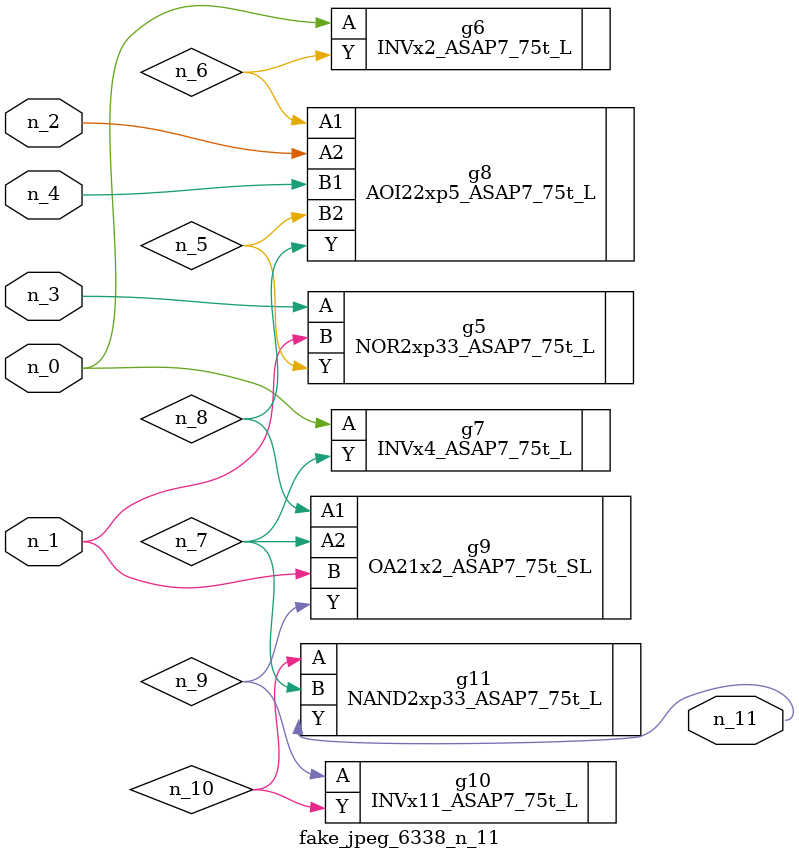
<source format=v>
module fake_jpeg_6338_n_11 (n_3, n_2, n_1, n_0, n_4, n_11);

input n_3;
input n_2;
input n_1;
input n_0;
input n_4;

output n_11;

wire n_10;
wire n_8;
wire n_9;
wire n_6;
wire n_5;
wire n_7;

NOR2xp33_ASAP7_75t_L g5 ( 
.A(n_3),
.B(n_1),
.Y(n_5)
);

INVx2_ASAP7_75t_L g6 ( 
.A(n_0),
.Y(n_6)
);

INVx4_ASAP7_75t_L g7 ( 
.A(n_0),
.Y(n_7)
);

AOI22xp5_ASAP7_75t_L g8 ( 
.A1(n_6),
.A2(n_2),
.B1(n_4),
.B2(n_5),
.Y(n_8)
);

OA21x2_ASAP7_75t_SL g9 ( 
.A1(n_8),
.A2(n_7),
.B(n_1),
.Y(n_9)
);

INVx11_ASAP7_75t_L g10 ( 
.A(n_9),
.Y(n_10)
);

NAND2xp33_ASAP7_75t_L g11 ( 
.A(n_10),
.B(n_7),
.Y(n_11)
);


endmodule
</source>
